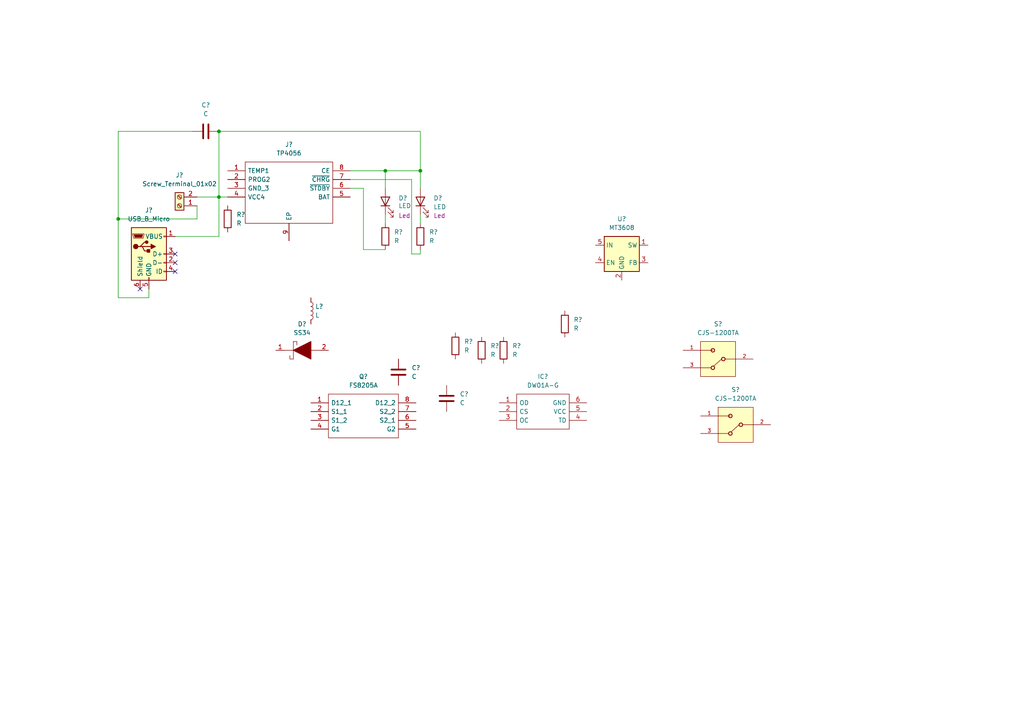
<source format=kicad_sch>
(kicad_sch (version 20211123) (generator eeschema)
  (paper "A4")
  (title_block (title "Alimentacion") (date "2022-09-23") (company "Unal"))
  (lib_symbols
    (symbol "CJS-1200TA:CJS-1200TA" (pin_names (offset 1.016) hide)
      (property "Reference" "S" (at -5.08 5.334 0))
      (property "Value" "CJS-1200TA" (at -5.1816 -7.112 0))
      (symbol "CJS-1200TA_0_0"
        (rectangle (start -5.08 -5.08) (end 5.08 5.08) (stroke (width 0.1524)) (fill (type background)))
        (circle (center -1.524 -2.54) (radius 0.508) (stroke (width 0.254)))
        (circle (center -1.524 2.54) (radius 0.508) (stroke (width 0.254)))
        (polyline (pts (xy -5.08 -2.54) (xy -2.032 -2.54)) (stroke (width 0.1524)))
        (polyline (pts (xy -5.08 2.54) (xy -1.524 2.54)) (stroke (width 0.1524)))
        (polyline (pts (xy 1.016 0) (xy -1.27 -2.032)) (stroke (width 0.1524)))
        (polyline (pts (xy 2.032 0) (xy 5.08 0)) (stroke (width 0.1524)))
        (circle (center 1.524 0) (radius 0.508) (stroke (width 0.254)))
        (pin passive line (at -10.16 2.54 0) (length 5.08) (name "~") (number "1"))
        (pin passive line (at 10.16 0 180) (length 5.08) (name "~") (number "2"))
        (pin passive line (at -10.16 -2.54 0) (length 5.08) (name "~") (number "3"))
      )
    )
    (symbol "Connector:Screw_Terminal_01x02" (pin_names (offset 1.016) hide)
      (property "Reference" "J" (at 0 2.54 0))
      (property "Value" "Screw_Terminal_01x02" (at 0 -5.08 0))
      (symbol "Screw_Terminal_01x02_1_1"
        (rectangle (start -1.27 1.27) (end 1.27 -3.81) (stroke (width 0.254)) (fill (type background)))
        (circle (center 0 -2.54) (radius 0.635) (stroke (width 0.1524)))
        (polyline (pts (xy -0.5334 -2.2098) (xy 0.3302 -3.048)) (stroke (width 0.1524)))
        (polyline (pts (xy -0.5334 0.3302) (xy 0.3302 -0.508)) (stroke (width 0.1524)))
        (polyline (pts (xy -0.3556 -2.032) (xy 0.508 -2.8702)) (stroke (width 0.1524)))
        (polyline (pts (xy -0.3556 0.508) (xy 0.508 -0.3302)) (stroke (width 0.1524)))
        (circle (center 0 0) (radius 0.635) (stroke (width 0.1524)))
        (pin passive line (at -5.08 0 0) (length 3.81) (name "Pin_1") (number "1"))
        (pin passive line (at -5.08 -2.54 0) (length 3.81) (name "Pin_2") (number "2"))
      )
    )
    (symbol "Connector:USB_B_Micro" (pin_names (offset 1.016))
      (property "Reference" "J" (at -5.08 11.43 0))
      (property "Value" "USB_B_Micro" (at -5.08 8.89 0))
      (symbol "USB_B_Micro_0_1"
        (rectangle (start -5.08 -7.62) (end 5.08 7.62) (stroke (width 0.254)) (fill (type background)))
        (circle (center -3.81 2.159) (radius 0.635) (stroke (width 0.254)) (fill (type outline)))
        (circle (center -0.635 3.429) (radius 0.381) (stroke (width 0.254)) (fill (type outline)))
        (rectangle (start -0.127 -7.62) (end 0.127 -6.858))
        (polyline (pts (xy -1.905 2.159) (xy 0.635 2.159)) (stroke (width 0.254)))
        (polyline (pts (xy -3.175 2.159) (xy -2.54 2.159) (xy -1.27 3.429) (xy -0.635 3.429)) (stroke (width 0.254)))
        (polyline (pts (xy -2.54 2.159) (xy -1.905 2.159) (xy -1.27 0.889) (xy 0 0.889)) (stroke (width 0.254)))
        (polyline (pts (xy 0.635 2.794) (xy 0.635 1.524) (xy 1.905 2.159) (xy 0.635 2.794)) (stroke (width 0.254)) (fill (type outline)))
        (polyline (pts (xy -4.318 5.588) (xy -1.778 5.588) (xy -2.032 4.826) (xy -4.064 4.826) (xy -4.318 5.588)) (fill (type outline)))
        (polyline (pts (xy -4.699 5.842) (xy -4.699 5.588) (xy -4.445 4.826) (xy -4.445 4.572) (xy -1.651 4.572) (xy -1.651 4.826) (xy -1.397 5.588) (xy -1.397 5.842) (xy -4.699 5.842)))
        (rectangle (start 0.254 1.27) (end -0.508 0.508) (stroke (width 0.254)) (fill (type outline)))
        (rectangle (start 5.08 -5.207) (end 4.318 -4.953))
        (rectangle (start 5.08 -2.667) (end 4.318 -2.413))
        (rectangle (start 5.08 -0.127) (end 4.318 0.127))
        (rectangle (start 5.08 4.953) (end 4.318 5.207))
      )
      (symbol "USB_B_Micro_1_1"
        (pin power_out line (at 7.62 5.08 180) (length 2.54) (name "VBUS") (number "1"))
        (pin bidirectional line (at 7.62 -2.54 180) (length 2.54) (name "D-") (number "2"))
        (pin bidirectional line (at 7.62 0 180) (length 2.54) (name "D+") (number "3"))
        (pin passive line (at 7.62 -5.08 180) (length 2.54) (name "ID") (number "4"))
        (pin power_out line (at 0 -10.16 90) (length 2.54) (name "GND") (number "5"))
        (pin passive line (at -2.54 -10.16 90) (length 2.54) (name "Shield") (number "6"))
      )
    )
    (symbol "DW01A-G:DW01A-G" (pin_names (offset 0.762))
      (property "Reference" "IC" (at 21.59 7.62 0))
      (property "Value" "DW01A-G" (at 21.59 5.08 0))
      (symbol "DW01A-G_0_0"
        (pin passive line (at 0 0 0) (length 5.08) (name "OD") (number "1"))
        (pin passive line (at 0 -2.54 0) (length 5.08) (name "CS") (number "2"))
        (pin passive line (at 0 -5.08 0) (length 5.08) (name "OC") (number "3"))
        (pin passive line (at 25.4 -5.08 180) (length 5.08) (name "TD") (number "4"))
        (pin passive line (at 25.4 -2.54 180) (length 5.08) (name "VCC") (number "5"))
        (pin passive line (at 25.4 0 180) (length 5.08) (name "GND") (number "6"))
      )
      (symbol "DW01A-G_0_1"
        (polyline (pts (xy 5.08 2.54) (xy 20.32 2.54) (xy 20.32 -7.62) (xy 5.08 -7.62) (xy 5.08 2.54)) (stroke (width 0.1524)))
      )
    )
    (symbol "Device:C" (pin_numbers hide) (pin_names (offset 0.254))
      (property "Reference" "C" (at 0.635 2.54 0))
      (property "Value" "C" (at 0.635 -2.54 0))
      (symbol "C_0_1"
        (polyline (pts (xy -2.032 -0.762) (xy 2.032 -0.762)) (stroke (width 0.508)))
        (polyline (pts (xy -2.032 0.762) (xy 2.032 0.762)) (stroke (width 0.508)))
      )
      (symbol "C_1_1"
        (pin passive line (at 0 3.81 270) (length 2.794) (name "~") (number "1"))
        (pin passive line (at 0 -3.81 90) (length 2.794) (name "~") (number "2"))
      )
    )
    (symbol "Device:L" (pin_numbers hide) (pin_names (offset 1.016) hide)
      (property "Reference" "L" (at -1.27 0 90))
      (property "Value" "L" (at 1.905 0 90))
      (symbol "L_0_1"
        (arc (start 0 -2.54) (mid 0.635 -1.905) (end 0 -1.27))
        (arc (start 0 -1.27) (mid 0.635 -0.635) (end 0 0))
        (arc (start 0 0) (mid 0.635 0.635) (end 0 1.27))
        (arc (start 0 1.27) (mid 0.635 1.905) (end 0 2.54))
      )
      (symbol "L_1_1"
        (pin passive line (at 0 3.81 270) (length 1.27) (name "1") (number "1"))
        (pin passive line (at 0 -3.81 90) (length 1.27) (name "2") (number "2"))
      )
    )
    (symbol "Device:LED" (pin_numbers hide) (pin_names (offset 1.016) hide)
      (property "Reference" "D" (at 0 2.54 0))
      (property "Value" "LED" (at 0 -2.54 0))
      (symbol "LED_0_1"
        (polyline (pts (xy -1.27 -1.27) (xy -1.27 1.27)) (stroke (width 0.254)))
        (polyline (pts (xy -1.27 0) (xy 1.27 0)))
        (polyline (pts (xy 1.27 -1.27) (xy 1.27 1.27) (xy -1.27 0) (xy 1.27 -1.27)) (stroke (width 0.254)))
        (polyline (pts (xy -3.048 -0.762) (xy -4.572 -2.286) (xy -3.81 -2.286) (xy -4.572 -2.286) (xy -4.572 -1.524)))
        (polyline (pts (xy -1.778 -0.762) (xy -3.302 -2.286) (xy -2.54 -2.286) (xy -3.302 -2.286) (xy -3.302 -1.524)))
      )
      (symbol "LED_1_1"
        (pin passive line (at -3.81 0 0) (length 2.54) (name "K") (number "1"))
        (pin passive line (at 3.81 0 180) (length 2.54) (name "A") (number "2"))
      )
    )
    (symbol "Device:R" (pin_numbers hide) (pin_names (offset 0))
      (property "Reference" "R" (at 2.032 0 90))
      (property "Value" "R" (at 0 0 90))
      (symbol "R_0_1"
        (rectangle (start -1.016 -2.54) (end 1.016 2.54) (stroke (width 0.254)))
      )
      (symbol "R_1_1"
        (pin passive line (at 0 3.81 270) (length 1.27) (name "~") (number "1"))
        (pin passive line (at 0 -3.81 90) (length 1.27) (name "~") (number "2"))
      )
    )
    (symbol "FS8205A:FS8205A" (pin_names (offset 0.762))
      (property "Reference" "Q" (at 26.67 7.62 0))
      (property "Value" "FS8205A" (at 26.67 5.08 0))
      (symbol "FS8205A_0_0"
        (pin passive line (at 0 0 0) (length 5.08) (name "D12_1") (number "1"))
        (pin passive line (at 0 -2.54 0) (length 5.08) (name "S1_1") (number "2"))
        (pin passive line (at 0 -5.08 0) (length 5.08) (name "S1_2") (number "3"))
        (pin passive line (at 0 -7.62 0) (length 5.08) (name "G1") (number "4"))
        (pin passive line (at 30.48 -7.62 180) (length 5.08) (name "G2") (number "5"))
        (pin passive line (at 30.48 -5.08 180) (length 5.08) (name "S2_1") (number "6"))
        (pin passive line (at 30.48 -2.54 180) (length 5.08) (name "S2_2") (number "7"))
        (pin passive line (at 30.48 0 180) (length 5.08) (name "D12_2") (number "8"))
      )
      (symbol "FS8205A_0_1"
        (polyline (pts (xy 5.08 2.54) (xy 25.4 2.54) (xy 25.4 -10.16) (xy 5.08 -10.16) (xy 5.08 2.54)) (stroke (width 0.1524)))
      )
    )
    (symbol "Regulator_Switching:MT3608"
      (property "Reference" "U" (at -2.54 8.89 0))
      (property "Value" "MT3608" (at -3.81 6.35 0))
      (symbol "MT3608_0_1"
        (rectangle (start -5.08 5.08) (end 5.08 -5.08) (stroke (width 0.254)) (fill (type background)))
      )
      (symbol "MT3608_1_1"
        (pin passive line (at 7.62 2.54 180) (length 2.54) (name "SW") (number "1"))
        (pin power_in line (at 0 -7.62 90) (length 2.54) (name "GND") (number "2"))
        (pin input line (at 7.62 -2.54 180) (length 2.54) (name "FB") (number "3"))
        (pin input line (at -7.62 -2.54 0) (length 2.54) (name "EN") (number "4"))
        (pin power_in line (at -7.62 2.54 0) (length 2.54) (name "IN") (number "5"))
        (pin no_connect line (at 5.08 0 180) (length 2.54) hide (name "NC") (number "6"))
      )
    )
    (symbol "SS34:SS34" (pin_names (offset 0.762))
      (property "Reference" "D" (at 12.7 8.89 0))
      (property "Value" "SS34" (at 12.7 6.35 0))
      (symbol "SS34_0_0"
        (pin passive line (at 2.54 0 0) (length 2.54) (name "~") (number "1"))
        (pin passive line (at 17.78 0 180) (length 2.54) (name "~") (number "2"))
      )
      (symbol "SS34_0_1"
        (polyline (pts (xy 5.08 0) (xy 7.62 0)) (stroke (width 0.1524)))
        (polyline (pts (xy 7.62 2.54) (xy 7.62 -2.54)) (stroke (width 0.1524)))
        (polyline (pts (xy 12.7 0) (xy 15.24 0)) (stroke (width 0.1524)))
        (polyline (pts (xy 7.62 -2.54) (xy 6.604 -2.54) (xy 6.604 -1.524)) (stroke (width 0.1524)))
        (polyline (pts (xy 7.62 2.54) (xy 8.636 2.54) (xy 8.636 1.524)) (stroke (width 0.1524)))
        (polyline (pts (xy 7.62 0) (xy 12.7 2.54) (xy 12.7 -2.54) (xy 7.62 0)) (stroke (width 0.254)) (fill (type outline)))
      )
    )
    (symbol "TP4056:TP4056" (pin_names (offset 0.762))
      (property "Reference" "J" (at 31.75 7.62 0))
      (property "Value" "TP4056" (at 31.75 5.08 0))
      (symbol "TP4056_0_0"
        (pin passive line (at 0 0 0) (length 5.08) (name "TEMP1") (number "1"))
        (pin passive line (at 0 -2.54 0) (length 5.08) (name "PROG2") (number "2"))
        (pin passive line (at 0 -5.08 0) (length 5.08) (name "GND_3") (number "3"))
        (pin passive line (at 0 -7.62 0) (length 5.08) (name "VCC4") (number "4"))
        (pin passive line (at 35.56 -7.62 180) (length 5.08) (name "BAT") (number "5"))
        (pin passive line (at 35.56 -5.08 180) (length 5.08) (name "~{STDBY}") (number "6"))
        (pin passive line (at 35.56 -2.54 180) (length 5.08) (name "~{CHRG}") (number "7"))
        (pin passive line (at 35.56 0 180) (length 5.08) (name "CE") (number "8"))
        (pin passive line (at 17.78 -20.32 90) (length 5.08) (name "EP") (number "9"))
      )
      (symbol "TP4056_0_1"
        (polyline (pts (xy 5.08 2.54) (xy 30.48 2.54) (xy 30.48 -15.24) (xy 5.08 -15.24) (xy 5.08 2.54)) (stroke (width 0.1524)))
      )
    )
  )
  (junction (at 63.5 57.15))
  (junction (at 121.92 49.53))
  (junction (at 34.29 63.5))
  (junction (at 111.76 49.53))
  (junction (at 63.5 38.1))
  (no_connect (at 40.64 83.82))
  (no_connect (at 50.8 78.74))
  (no_connect (at 50.8 76.2))
  (no_connect (at 50.8 73.66))
  (wire (pts (xy 111.76 62.23) (xy 111.76 64.77)))
  (wire (pts (xy 101.6 49.53) (xy 111.76 49.53)))
  (wire (pts (xy 111.76 49.53) (xy 121.92 49.53)))
  (wire (pts (xy 121.92 38.1) (xy 63.5 38.1)))
  (wire (pts (xy 57.15 63.5) (xy 57.15 59.69)))
  (wire (pts (xy 121.92 49.53) (xy 121.92 38.1)))
  (wire (pts (xy 63.5 68.58) (xy 63.5 57.15)))
  (wire (pts (xy 121.92 72.39) (xy 121.92 73.66)))
  (wire (pts (xy 119.38 52.07) (xy 119.38 73.66)))
  (wire (pts (xy 101.6 54.61) (xy 105.41 54.61)))
  (wire (pts (xy 121.92 49.53) (xy 121.92 54.61)))
  (wire (pts (xy 34.29 38.1) (xy 34.29 63.5)))
  (wire (pts (xy 63.5 38.1) (xy 63.5 57.15)))
  (wire (pts (xy 105.41 72.39) (xy 111.76 72.39)))
  (wire (pts (xy 57.15 57.15) (xy 63.5 57.15)))
  (wire (pts (xy 119.38 73.66) (xy 121.92 73.66)))
  (wire (pts (xy 43.18 86.36) (xy 34.29 86.36)))
  (wire (pts (xy 34.29 86.36) (xy 34.29 63.5)))
  (wire (pts (xy 63.5 57.15) (xy 66.04 57.15)))
  (wire (pts (xy 50.8 68.58) (xy 63.5 68.58)))
  (wire (pts (xy 111.76 49.53) (xy 111.76 54.61)))
  (wire (pts (xy 101.6 52.07) (xy 119.38 52.07)))
  (wire (pts (xy 121.92 62.23) (xy 121.92 64.77)))
  (wire (pts (xy 34.29 63.5) (xy 57.15 63.5)))
  (wire (pts (xy 43.18 83.82) (xy 43.18 86.36)))
  (wire (pts (xy 55.88 38.1) (xy 34.29 38.1)))
  (wire (pts (xy 105.41 54.61) (xy 105.41 72.39)))
  (symbol (lib_id "SS34:SS34") (at 77.47 101.6 0) (unit 1)
    (property "Reference" "D?" (at 87.63 93.98 0))
    (property "Value" "SS34" (at 87.63 96.52 0))
    (property "Footprint" "DIOM8059X256N" (effects hide))
    (property "Datasheet" "https://componentsearchengine.com/Datasheets/2/SS34.pdf" (effects hide))
    (property "Description" "ON Semi SS34 SMT Schottky Diode, 40V 3A, 2-Pin DO-214AB" (effects hide))
    (property "Height" "2.56" (effects hide))
    (property "Manufacturer_Name" "onsemi" (effects hide))
    (property "Manufacturer_Part_Number" "SS34" (effects hide))
    (property "Mouser Part Number" "512-SS34" (effects hide))
    (property "Mouser Price/Stock" "https://www.mouser.co.uk/ProductDetail/ON-Semiconductor-Fairchild/SS34?qs=2ONuHmP%2FXzb3ub11UdFfdQ%3D%3D" (effects hide))
    (property "Arrow Part Number" "SS34" (effects hide))
    (property "Arrow Price/Stock" "https://www.arrow.com/en/products/ss34/on-semiconductor?region=nac" (effects hide))
  )
  (symbol (lib_id "Device:LED") (at 121.92 58.42 90) (unit 1)
    (property "Reference" "D?" (at 125.73 57.4674 90) (effects (justify right)))
    (property "Value" "LED" (at 125.73 60.0074 90) (effects (justify right)))
    (property "Footprint" "Led" (at 125.73 62.5474 90) (effects (justify right)))
  )
  (symbol (lib_id "Device:R") (at 111.76 68.58 0) (unit 1)
    (property "Reference" "R?" (at 114.3 67.3099 0) (effects (justify left)))
    (property "Value" "R" (at 114.3 69.8499 0) (effects (justify left)))
    (property "Footprint" "Resistor_SMD:R_0402_1005Metric_Pad0.72x0.64mm_HandSolder" (effects hide))
  )
  (symbol (lib_id "Device:R") (at 132.08 100.33 0) (unit 1)
    (property "Reference" "R?" (at 134.62 99.0599 0) (effects (justify left)))
    (property "Value" "R" (at 134.62 101.5999 0) (effects (justify left)))
    (property "Footprint" "Resistor_SMD:R_0402_1005Metric_Pad0.72x0.64mm_HandSolder" (effects hide))
  )
  (symbol (lib_id "Device:R") (at 121.92 68.58 0) (unit 1)
    (property "Reference" "R?" (at 124.46 67.3099 0) (effects (justify left)))
    (property "Value" "R" (at 124.46 69.8499 0) (effects (justify left)))
    (property "Footprint" "Resistor_SMD:R_0402_1005Metric_Pad0.72x0.64mm_HandSolder" (effects hide))
  )
  (symbol (lib_id "DW01A-G:DW01A-G") (at 144.78 116.84 0) (unit 1)
    (property "Reference" "IC?" (at 157.48 109.22 0))
    (property "Value" "DW01A-G" (at 157.48 111.76 0))
    (property "Footprint" "SOT95P280X135-6N" (effects hide))
    (property "Datasheet" "http://acoptex.com/uploads/DW01A.pdf" (effects hide))
    (property "Description" "One Cell Lithium-ion/Polymer Battery Protection IC" (effects hide))
    (property "Height" "1.35" (effects hide))
    (property "Manufacturer_Name" "Fortune Semiconductor Corporation" (effects hide))
    (property "Manufacturer_Part_Number" "DW01A-G" (effects hide))
  )
  (symbol (lib_id "Device:R") (at 139.7 101.6 0) (unit 1)
    (property "Reference" "R?" (at 142.24 100.3299 0) (effects (justify left)))
    (property "Value" "R" (at 142.24 102.8699 0) (effects (justify left)))
    (property "Footprint" "Resistor_SMD:R_0402_1005Metric_Pad0.72x0.64mm_HandSolder" (effects hide))
  )
  (symbol (lib_id "Regulator_Switching:MT3608") (at 180.34 73.66 0) (unit 1)
    (property "Reference" "U?" (at 180.34 63.5 0))
    (property "Value" "MT3608" (at 180.34 66.04 0))
    (property "Footprint" "Package_TO_SOT_SMD:SOT-23-6" (effects hide))
    (property "Datasheet" "https://www.olimex.com/Products/Breadboarding/BB-PWR-3608/resources/MT3608.pdf" (effects hide))
  )
  (symbol (lib_id "CJS-1200TA:CJS-1200TA") (at 208.28 104.14 0) (unit 1)
    (property "Reference" "S?" (at 208.28 93.98 0))
    (property "Value" "CJS-1200TA" (at 208.28 96.52 0))
    (property "Footprint" "SW_CJS-1200TA" (effects hide))
    (property "STANDARD" "Manufacturer Recommendation" (effects hide))
    (property "MANUFACTURER" "Nidec Copal" (effects hide))
    (property "PARTREV" "NA" (effects hide))
  )
  (symbol (lib_id "Device:LED") (at 111.76 58.42 90) (unit 1)
    (property "Reference" "D?" (at 115.57 57.4674 90) (effects (justify right)))
    (property "Value" "LED" (at 115.57 59.69 90) (effects (justify right)))
    (property "Footprint" "Led" (at 115.57 62.5474 90) (effects (justify right)))
  )
  (symbol (lib_id "Connector:Screw_Terminal_01x02") (at 52.07 59.69 180) (unit 1)
    (property "Reference" "J?" (at 52.07 50.8 0))
    (property "Value" "Screw_Terminal_01x02" (at 52.07 53.34 0))
  )
  (symbol (lib_id "CJS-1200TA:CJS-1200TA") (at 213.36 123.19 0) (unit 1)
    (property "Reference" "S?" (at 213.36 113.03 0))
    (property "Value" "CJS-1200TA" (at 213.36 115.57 0))
    (property "Footprint" "SW_CJS-1200TA" (effects hide))
    (property "STANDARD" "Manufacturer Recommendation" (effects hide))
    (property "MANUFACTURER" "Nidec Copal" (effects hide))
    (property "PARTREV" "NA" (effects hide))
  )
  (symbol (lib_id "FS8205A:FS8205A") (at 90.17 116.84 0) (unit 1)
    (property "Reference" "Q?" (at 105.41 109.22 0))
    (property "Value" "FS8205A" (at 105.41 111.76 0))
    (property "Footprint" "SOP65P640X120-8N" (effects hide))
    (property "Datasheet" "http://www.ic-fortune.com/upload/Download/FS8205A-DS-12_EN.pdf" (effects hide))
    (property "Description" "Dual N-Channel Enahncement Mode Power MOSFET" (effects hide))
    (property "Height" "1.2" (effects hide))
    (property "Manufacturer_Name" "fortune" (effects hide))
    (property "Manufacturer_Part_Number" "FS8205A" (effects hide))
  )
  (symbol (lib_id "Device:C") (at 129.54 115.57 0) (unit 1)
    (property "Reference" "C?" (at 133.35 114.2999 0) (effects (justify left)))
    (property "Value" "C" (at 133.35 116.8399 0) (effects (justify left)))
    (property "Footprint" "Capacitor_SMD:C_1206_3216Metric_Pad1.33x1.80mm_HandSolder" (effects hide))
  )
  (symbol (lib_id "Device:C") (at 115.57 107.95 0) (unit 1)
    (property "Reference" "C?" (at 119.38 106.6799 0) (effects (justify left)))
    (property "Value" "C" (at 119.38 109.2199 0) (effects (justify left)))
    (property "Footprint" "Capacitor_SMD:C_0805_2012Metric_Pad1.18x1.45mm_HandSolder" (effects hide))
  )
  (symbol (lib_id "Connector:USB_B_Micro") (at 43.18 73.66 0) (unit 1)
    (property "Reference" "J?" (at 43.18 60.96 0))
    (property "Value" "USB_B_Micro" (at 43.18 63.5 0))
    (property "Footprint" "Connector_USB:USB_Mini-B_AdamTech_MUSB-B5-S-VT-TSMT-1_SMD_Vertical" (effects hide))
  )
  (symbol (lib_id "Device:R") (at 146.05 101.6 0) (unit 1)
    (property "Reference" "R?" (at 148.59 100.3299 0) (effects (justify left)))
    (property "Value" "R" (at 148.59 102.8699 0) (effects (justify left)))
    (property "Footprint" "Resistor_SMD:R_0402_1005Metric_Pad0.72x0.64mm_HandSolder" (effects hide))
  )
  (symbol (lib_id "TP4056:TP4056") (at 66.04 49.53 0) (unit 1)
    (property "Reference" "J?" (at 83.82 41.91 0))
    (property "Value" "TP4056" (at 83.82 44.45 0))
    (property "Footprint" "SOIC127P600X175-9N" (effects hide))
    (property "Datasheet" "https://dlnmh9ip6v2uc.cloudfront.net/datasheets/Prototyping/TP4056.pdf" (effects hide))
    (property "Description" "1A Standalone Linear Li-lon Battery Charger, SOP-8" (effects hide))
    (property "Height" "1.75" (effects hide))
    (property "Manufacturer_Name" "NanJing Top Power" (effects hide))
    (property "Manufacturer_Part_Number" "TP4056" (effects hide))
  )
  (symbol (lib_id "Device:L") (at 90.17 90.17 0) (unit 1)
    (property "Reference" "L?" (at 91.44 88.8999 0) (effects (justify left)))
    (property "Value" "L" (at 91.44 91.4399 0) (effects (justify left)))
    (property "Footprint" "Inductor_SMD:L_12x12mm_H8mm" (effects hide))
  )
  (symbol (lib_id "Device:R") (at 66.04 63.5 0) (unit 1)
    (property "Reference" "R?" (at 68.58 62.2299 0) (effects (justify left)))
    (property "Value" "R" (at 68.58 64.7699 0) (effects (justify left)))
    (property "Footprint" "Resistor_SMD:R_0402_1005Metric_Pad0.72x0.64mm_HandSolder" (effects hide))
  )
  (symbol (lib_id "Device:R") (at 163.83 93.98 0) (unit 1)
    (property "Reference" "R?" (at 166.37 92.7099 0) (effects (justify left)))
    (property "Value" "R" (at 166.37 95.2499 0) (effects (justify left)))
    (property "Footprint" "Resistor_SMD:R_0402_1005Metric_Pad0.72x0.64mm_HandSolder" (effects hide))
  )
  (symbol (lib_id "Device:C") (at 59.69 38.1 90) (unit 1)
    (property "Reference" "C?" (at 59.69 30.48 90))
    (property "Value" "C" (at 59.69 33.02 90))
    (property "Footprint" "Capacitor_SMD:C_0402_1005Metric_Pad0.74x0.62mm_HandSolder" (effects hide))
  )
  (sheet (at 314.96 86.36) (size 133.35 129.54) (stroke (width 0.1524))
    (property "Sheet name" "Untitled Sheet" (at 314.96 85.6484 0) (effects (justify left bottom)))
    (property "Sheet file" "untitled.kicad_sch" (at 314.96 216.4846 0) (effects (justify left top)))
  )
)
</source>
